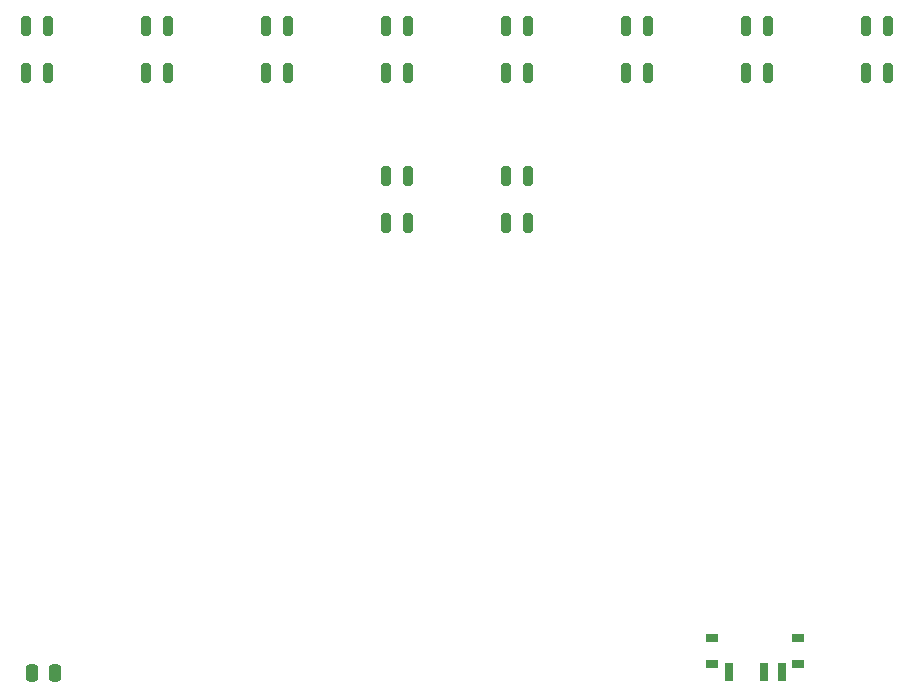
<source format=gbr>
%TF.GenerationSoftware,KiCad,Pcbnew,(7.0.0)*%
%TF.CreationDate,2023-09-26T23:36:23+07:00*%
%TF.ProjectId,Line Tracer F405RGT,4c696e65-2054-4726-9163-657220463430,rev?*%
%TF.SameCoordinates,Original*%
%TF.FileFunction,Paste,Bot*%
%TF.FilePolarity,Positive*%
%FSLAX46Y46*%
G04 Gerber Fmt 4.6, Leading zero omitted, Abs format (unit mm)*
G04 Created by KiCad (PCBNEW (7.0.0)) date 2023-09-26 23:36:23*
%MOMM*%
%LPD*%
G01*
G04 APERTURE LIST*
G04 Aperture macros list*
%AMRoundRect*
0 Rectangle with rounded corners*
0 $1 Rounding radius*
0 $2 $3 $4 $5 $6 $7 $8 $9 X,Y pos of 4 corners*
0 Add a 4 corners polygon primitive as box body*
4,1,4,$2,$3,$4,$5,$6,$7,$8,$9,$2,$3,0*
0 Add four circle primitives for the rounded corners*
1,1,$1+$1,$2,$3*
1,1,$1+$1,$4,$5*
1,1,$1+$1,$6,$7*
1,1,$1+$1,$8,$9*
0 Add four rect primitives between the rounded corners*
20,1,$1+$1,$2,$3,$4,$5,0*
20,1,$1+$1,$4,$5,$6,$7,0*
20,1,$1+$1,$6,$7,$8,$9,0*
20,1,$1+$1,$8,$9,$2,$3,0*%
G04 Aperture macros list end*
%ADD10RoundRect,0.197500X0.197500X0.632500X-0.197500X0.632500X-0.197500X-0.632500X0.197500X-0.632500X0*%
%ADD11RoundRect,0.197500X-0.197500X-0.632500X0.197500X-0.632500X0.197500X0.632500X-0.197500X0.632500X0*%
%ADD12RoundRect,0.250000X-0.250000X-0.475000X0.250000X-0.475000X0.250000X0.475000X-0.250000X0.475000X0*%
%ADD13R,1.000000X0.800000*%
%ADD14R,0.700000X1.500000*%
G04 APERTURE END LIST*
D10*
%TO.C,U14*%
X141870000Y-68792500D03*
X141870000Y-64792500D03*
X140070000Y-68792500D03*
X140070000Y-64792500D03*
%TD*%
%TO.C,U10*%
X111390000Y-56100000D03*
X111390000Y-52100000D03*
X109590000Y-56100000D03*
X109590000Y-52100000D03*
%TD*%
D11*
%TO.C,U9*%
X119750000Y-52100000D03*
X119750000Y-56100000D03*
X121550000Y-52100000D03*
X121550000Y-56100000D03*
%TD*%
%TO.C,U3*%
X180710000Y-52100000D03*
X180710000Y-56100000D03*
X182510000Y-52100000D03*
X182510000Y-56100000D03*
%TD*%
D10*
%TO.C,U8*%
X131710000Y-56100000D03*
X131710000Y-52100000D03*
X129910000Y-56100000D03*
X129910000Y-52100000D03*
%TD*%
D11*
%TO.C,U6*%
X140070000Y-52100000D03*
X140070000Y-56100000D03*
X141870000Y-52100000D03*
X141870000Y-56100000D03*
%TD*%
D10*
%TO.C,U7*%
X172350000Y-56100000D03*
X172350000Y-52100000D03*
X170550000Y-56100000D03*
X170550000Y-52100000D03*
%TD*%
D12*
%TO.C,C17*%
X110100000Y-106850000D03*
X112000000Y-106850000D03*
%TD*%
D10*
%TO.C,U5*%
X152030000Y-56100000D03*
X152030000Y-52100000D03*
X150230000Y-56100000D03*
X150230000Y-52100000D03*
%TD*%
D11*
%TO.C,U12*%
X150230000Y-64792500D03*
X150230000Y-68792500D03*
X152030000Y-64792500D03*
X152030000Y-68792500D03*
%TD*%
D13*
%TO.C,SW1*%
X167649999Y-103919999D03*
X167649999Y-106129999D03*
X174949999Y-103919999D03*
X174949999Y-106129999D03*
D14*
X169049999Y-106779999D03*
X172049999Y-106779999D03*
X173549999Y-106779999D03*
%TD*%
D11*
%TO.C,U4*%
X160390000Y-52100000D03*
X160390000Y-56100000D03*
X162190000Y-52100000D03*
X162190000Y-56100000D03*
%TD*%
M02*

</source>
